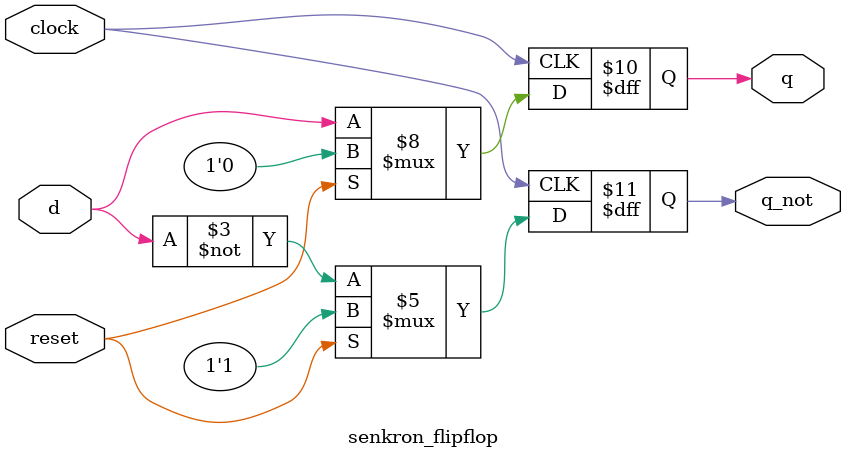
<source format=v>
module senkron_flipflop(
    input d,
    input clock,
    input reset,
    output reg q,
    output reg q_not
);

always @(posedge clock) begin
    if (reset == 1) begin
        q = 0;
        q_not = 1;
    end
    else begin 
        q = d;
        q_not = ~d;
    end
        
end

endmodule

//reset = 1 olduğunda output sıfırlanır
//senkron reset = reset değiştiğinde hemen output sıfırlanmaz
//asenkron reset = reset değiştiğinde hemen output sıfırlanır
</source>
